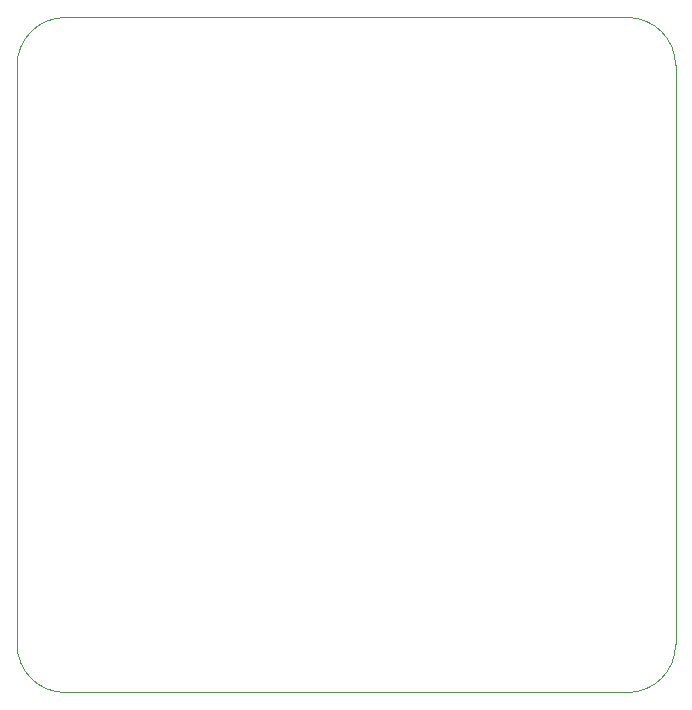
<source format=gm1>
%TF.GenerationSoftware,KiCad,Pcbnew,(6.0.10)*%
%TF.CreationDate,2022-12-30T01:06:13-06:00*%
%TF.ProjectId,FluorometerLightSource,466c756f-726f-46d6-9574-65724c696768,rev?*%
%TF.SameCoordinates,Original*%
%TF.FileFunction,Profile,NP*%
%FSLAX46Y46*%
G04 Gerber Fmt 4.6, Leading zero omitted, Abs format (unit mm)*
G04 Created by KiCad (PCBNEW (6.0.10)) date 2022-12-30 01:06:13*
%MOMM*%
%LPD*%
G01*
G04 APERTURE LIST*
%TA.AperFunction,Profile*%
%ADD10C,0.100000*%
%TD*%
G04 APERTURE END LIST*
D10*
X187833000Y-131572000D02*
X187833000Y-82550000D01*
X132080000Y-131572000D02*
G75*
G03*
X136144000Y-135636000I4064000J0D01*
G01*
X187833000Y-82550000D02*
G75*
G03*
X183769000Y-78486000I-4064000J0D01*
G01*
X183769000Y-135636000D02*
G75*
G03*
X187833000Y-131572000I0J4064000D01*
G01*
X183769000Y-78486000D02*
X136144000Y-78486000D01*
X132080000Y-82550000D02*
X132080000Y-131572000D01*
X136144000Y-78486000D02*
G75*
G03*
X132080000Y-82550000I0J-4064000D01*
G01*
X136144000Y-135636000D02*
X183769000Y-135636000D01*
M02*

</source>
